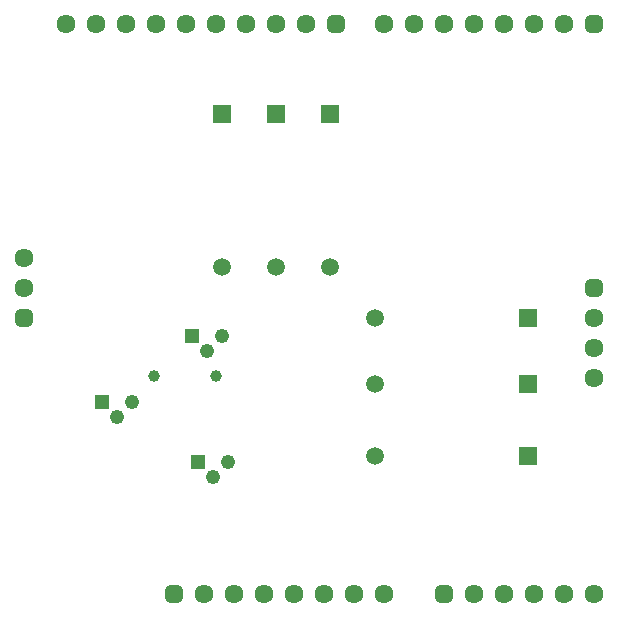
<source format=gbr>
G04 Generated by Ultiboard 14.1 *
%FSLAX34Y34*%
%MOMM*%

%ADD10C,0.0001*%
%ADD11C,1.6088*%
%ADD12R,0.5291X0.5291*%
%ADD13C,0.9949*%
%ADD14C,1.2446*%
%ADD15R,1.2446X1.2446*%
%ADD16C,1.5000*%
%ADD17R,1.5000X1.5000*%
%ADD18C,1.0000*%


G04 ColorRGB FF00CC for the following layer *
%LNSolder Mask Top*%
%LPD*%
G54D10*
G54D11*
X457200Y25400D03*
X330200Y25400D03*
X304800Y25400D03*
X355600Y25400D03*
X406400Y25400D03*
X381000Y25400D03*
X431800Y25400D03*
X533400Y25400D03*
X558800Y25400D03*
X609600Y25400D03*
X584200Y25400D03*
X635000Y25400D03*
X340360Y508000D03*
X365760Y508000D03*
X391160Y508000D03*
X289560Y508000D03*
X314960Y508000D03*
X264160Y508000D03*
X213360Y508000D03*
X238760Y508000D03*
X187960Y508000D03*
X635000Y233680D03*
X635000Y259080D03*
X635000Y208280D03*
X457200Y508000D03*
X584200Y508000D03*
X609600Y508000D03*
X558800Y508000D03*
X508000Y508000D03*
X533400Y508000D03*
X482600Y508000D03*
X152400Y284480D03*
X152400Y309880D03*
G54D12*
X279400Y25400D03*
X508000Y25400D03*
X416560Y508000D03*
X635000Y284480D03*
X635000Y508000D03*
X152400Y259080D03*
G54D13*
X276755Y22755D02*
X282045Y22755D01*
X282045Y28045D01*
X276755Y28045D01*
X276755Y22755D01*D02*
X505355Y22755D02*
X510645Y22755D01*
X510645Y28045D01*
X505355Y28045D01*
X505355Y22755D01*D02*
X413915Y505355D02*
X419205Y505355D01*
X419205Y510645D01*
X413915Y510645D01*
X413915Y505355D01*D02*
X632355Y281835D02*
X637645Y281835D01*
X637645Y287125D01*
X632355Y287125D01*
X632355Y281835D01*D02*
X632355Y505355D02*
X637645Y505355D01*
X637645Y510645D01*
X632355Y510645D01*
X632355Y505355D01*D02*
X149755Y256435D02*
X155045Y256435D01*
X155045Y261725D01*
X149755Y261725D01*
X149755Y256435D01*D02*
G54D14*
X325120Y137160D03*
X312420Y124460D03*
X243840Y187960D03*
X231140Y175260D03*
X320040Y243840D03*
X307340Y231140D03*
G54D15*
X299720Y137160D03*
X218440Y187960D03*
X294640Y243840D03*
G54D16*
X411480Y301800D03*
X365760Y301800D03*
X320040Y301800D03*
X449120Y203200D03*
X449120Y259080D03*
X449120Y142240D03*
G54D17*
X411480Y431800D03*
X365760Y431800D03*
X320040Y431800D03*
X579120Y203200D03*
X579120Y259080D03*
X579120Y142240D03*
G54D18*
X262500Y210000D03*
X315000Y210000D03*

M02*

</source>
